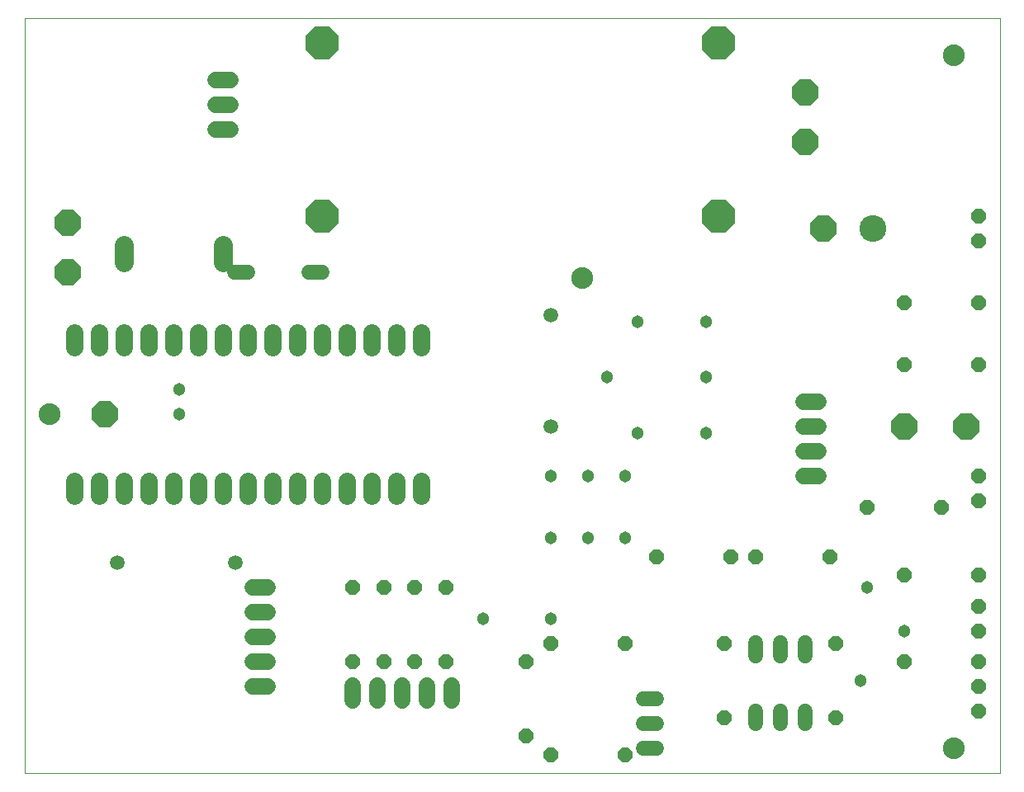
<source format=gbs>
G04 EAGLE Gerber X2 export*
%TF.Part,Single*%
%TF.FileFunction,Other,Solder Mask bottom*%
%TF.FilePolarity,Positive*%
%TF.GenerationSoftware,Autodesk,EAGLE,8.7.0*%
%TF.CreationDate,2019-08-22T10:02:17Z*%
G75*
%MOMM*%
%FSLAX34Y34*%
%LPD*%
%AMOC8*
5,1,8,0,0,1.08239X$1,22.5*%
G01*
%ADD10C,0.000000*%
%ADD11C,2.235200*%
%ADD12P,3.656530X8X22.500000*%
%ADD13P,2.969212X8X22.500000*%
%ADD14C,1.778000*%
%ADD15C,1.524000*%
%ADD16C,1.727200*%
%ADD17P,1.649562X8X292.500000*%
%ADD18P,1.649562X8X22.500000*%
%ADD19P,1.649562X8X202.500000*%
%ADD20P,1.649562X8X112.500000*%
%ADD21C,1.981200*%
%ADD22C,2.743200*%
%ADD23P,2.969212X8X202.500000*%
%ADD24C,1.503200*%
%ADD25C,1.303200*%


D10*
X0Y25400D02*
X1000000Y25400D01*
X1000000Y800000D01*
X0Y800000D01*
X0Y25400D01*
X942340Y762000D02*
X942343Y762249D01*
X942352Y762499D01*
X942368Y762747D01*
X942389Y762996D01*
X942416Y763244D01*
X942450Y763491D01*
X942490Y763737D01*
X942535Y763982D01*
X942587Y764226D01*
X942644Y764469D01*
X942708Y764710D01*
X942777Y764949D01*
X942853Y765187D01*
X942934Y765423D01*
X943021Y765657D01*
X943113Y765888D01*
X943212Y766117D01*
X943315Y766344D01*
X943425Y766568D01*
X943540Y766789D01*
X943660Y767008D01*
X943785Y767223D01*
X943916Y767436D01*
X944052Y767645D01*
X944193Y767850D01*
X944339Y768052D01*
X944490Y768251D01*
X944646Y768445D01*
X944807Y768636D01*
X944972Y768823D01*
X945142Y769006D01*
X945316Y769184D01*
X945494Y769358D01*
X945677Y769528D01*
X945864Y769693D01*
X946055Y769854D01*
X946249Y770010D01*
X946448Y770161D01*
X946650Y770307D01*
X946855Y770448D01*
X947064Y770584D01*
X947277Y770715D01*
X947492Y770840D01*
X947711Y770960D01*
X947932Y771075D01*
X948156Y771185D01*
X948383Y771288D01*
X948612Y771387D01*
X948843Y771479D01*
X949077Y771566D01*
X949313Y771647D01*
X949551Y771723D01*
X949790Y771792D01*
X950031Y771856D01*
X950274Y771913D01*
X950518Y771965D01*
X950763Y772010D01*
X951009Y772050D01*
X951256Y772084D01*
X951504Y772111D01*
X951753Y772132D01*
X952001Y772148D01*
X952251Y772157D01*
X952500Y772160D01*
X952749Y772157D01*
X952999Y772148D01*
X953247Y772132D01*
X953496Y772111D01*
X953744Y772084D01*
X953991Y772050D01*
X954237Y772010D01*
X954482Y771965D01*
X954726Y771913D01*
X954969Y771856D01*
X955210Y771792D01*
X955449Y771723D01*
X955687Y771647D01*
X955923Y771566D01*
X956157Y771479D01*
X956388Y771387D01*
X956617Y771288D01*
X956844Y771185D01*
X957068Y771075D01*
X957289Y770960D01*
X957508Y770840D01*
X957723Y770715D01*
X957936Y770584D01*
X958145Y770448D01*
X958350Y770307D01*
X958552Y770161D01*
X958751Y770010D01*
X958945Y769854D01*
X959136Y769693D01*
X959323Y769528D01*
X959506Y769358D01*
X959684Y769184D01*
X959858Y769006D01*
X960028Y768823D01*
X960193Y768636D01*
X960354Y768445D01*
X960510Y768251D01*
X960661Y768052D01*
X960807Y767850D01*
X960948Y767645D01*
X961084Y767436D01*
X961215Y767223D01*
X961340Y767008D01*
X961460Y766789D01*
X961575Y766568D01*
X961685Y766344D01*
X961788Y766117D01*
X961887Y765888D01*
X961979Y765657D01*
X962066Y765423D01*
X962147Y765187D01*
X962223Y764949D01*
X962292Y764710D01*
X962356Y764469D01*
X962413Y764226D01*
X962465Y763982D01*
X962510Y763737D01*
X962550Y763491D01*
X962584Y763244D01*
X962611Y762996D01*
X962632Y762747D01*
X962648Y762499D01*
X962657Y762249D01*
X962660Y762000D01*
X962657Y761751D01*
X962648Y761501D01*
X962632Y761253D01*
X962611Y761004D01*
X962584Y760756D01*
X962550Y760509D01*
X962510Y760263D01*
X962465Y760018D01*
X962413Y759774D01*
X962356Y759531D01*
X962292Y759290D01*
X962223Y759051D01*
X962147Y758813D01*
X962066Y758577D01*
X961979Y758343D01*
X961887Y758112D01*
X961788Y757883D01*
X961685Y757656D01*
X961575Y757432D01*
X961460Y757211D01*
X961340Y756992D01*
X961215Y756777D01*
X961084Y756564D01*
X960948Y756355D01*
X960807Y756150D01*
X960661Y755948D01*
X960510Y755749D01*
X960354Y755555D01*
X960193Y755364D01*
X960028Y755177D01*
X959858Y754994D01*
X959684Y754816D01*
X959506Y754642D01*
X959323Y754472D01*
X959136Y754307D01*
X958945Y754146D01*
X958751Y753990D01*
X958552Y753839D01*
X958350Y753693D01*
X958145Y753552D01*
X957936Y753416D01*
X957723Y753285D01*
X957508Y753160D01*
X957289Y753040D01*
X957068Y752925D01*
X956844Y752815D01*
X956617Y752712D01*
X956388Y752613D01*
X956157Y752521D01*
X955923Y752434D01*
X955687Y752353D01*
X955449Y752277D01*
X955210Y752208D01*
X954969Y752144D01*
X954726Y752087D01*
X954482Y752035D01*
X954237Y751990D01*
X953991Y751950D01*
X953744Y751916D01*
X953496Y751889D01*
X953247Y751868D01*
X952999Y751852D01*
X952749Y751843D01*
X952500Y751840D01*
X952251Y751843D01*
X952001Y751852D01*
X951753Y751868D01*
X951504Y751889D01*
X951256Y751916D01*
X951009Y751950D01*
X950763Y751990D01*
X950518Y752035D01*
X950274Y752087D01*
X950031Y752144D01*
X949790Y752208D01*
X949551Y752277D01*
X949313Y752353D01*
X949077Y752434D01*
X948843Y752521D01*
X948612Y752613D01*
X948383Y752712D01*
X948156Y752815D01*
X947932Y752925D01*
X947711Y753040D01*
X947492Y753160D01*
X947277Y753285D01*
X947064Y753416D01*
X946855Y753552D01*
X946650Y753693D01*
X946448Y753839D01*
X946249Y753990D01*
X946055Y754146D01*
X945864Y754307D01*
X945677Y754472D01*
X945494Y754642D01*
X945316Y754816D01*
X945142Y754994D01*
X944972Y755177D01*
X944807Y755364D01*
X944646Y755555D01*
X944490Y755749D01*
X944339Y755948D01*
X944193Y756150D01*
X944052Y756355D01*
X943916Y756564D01*
X943785Y756777D01*
X943660Y756992D01*
X943540Y757211D01*
X943425Y757432D01*
X943315Y757656D01*
X943212Y757883D01*
X943113Y758112D01*
X943021Y758343D01*
X942934Y758577D01*
X942853Y758813D01*
X942777Y759051D01*
X942708Y759290D01*
X942644Y759531D01*
X942587Y759774D01*
X942535Y760018D01*
X942490Y760263D01*
X942450Y760509D01*
X942416Y760756D01*
X942389Y761004D01*
X942368Y761253D01*
X942352Y761501D01*
X942343Y761751D01*
X942340Y762000D01*
D11*
X952500Y762000D03*
D10*
X15240Y393700D02*
X15243Y393949D01*
X15252Y394199D01*
X15268Y394447D01*
X15289Y394696D01*
X15316Y394944D01*
X15350Y395191D01*
X15390Y395437D01*
X15435Y395682D01*
X15487Y395926D01*
X15544Y396169D01*
X15608Y396410D01*
X15677Y396649D01*
X15753Y396887D01*
X15834Y397123D01*
X15921Y397357D01*
X16013Y397588D01*
X16112Y397817D01*
X16215Y398044D01*
X16325Y398268D01*
X16440Y398489D01*
X16560Y398708D01*
X16685Y398923D01*
X16816Y399136D01*
X16952Y399345D01*
X17093Y399550D01*
X17239Y399752D01*
X17390Y399951D01*
X17546Y400145D01*
X17707Y400336D01*
X17872Y400523D01*
X18042Y400706D01*
X18216Y400884D01*
X18394Y401058D01*
X18577Y401228D01*
X18764Y401393D01*
X18955Y401554D01*
X19149Y401710D01*
X19348Y401861D01*
X19550Y402007D01*
X19755Y402148D01*
X19964Y402284D01*
X20177Y402415D01*
X20392Y402540D01*
X20611Y402660D01*
X20832Y402775D01*
X21056Y402885D01*
X21283Y402988D01*
X21512Y403087D01*
X21743Y403179D01*
X21977Y403266D01*
X22213Y403347D01*
X22451Y403423D01*
X22690Y403492D01*
X22931Y403556D01*
X23174Y403613D01*
X23418Y403665D01*
X23663Y403710D01*
X23909Y403750D01*
X24156Y403784D01*
X24404Y403811D01*
X24653Y403832D01*
X24901Y403848D01*
X25151Y403857D01*
X25400Y403860D01*
X25649Y403857D01*
X25899Y403848D01*
X26147Y403832D01*
X26396Y403811D01*
X26644Y403784D01*
X26891Y403750D01*
X27137Y403710D01*
X27382Y403665D01*
X27626Y403613D01*
X27869Y403556D01*
X28110Y403492D01*
X28349Y403423D01*
X28587Y403347D01*
X28823Y403266D01*
X29057Y403179D01*
X29288Y403087D01*
X29517Y402988D01*
X29744Y402885D01*
X29968Y402775D01*
X30189Y402660D01*
X30408Y402540D01*
X30623Y402415D01*
X30836Y402284D01*
X31045Y402148D01*
X31250Y402007D01*
X31452Y401861D01*
X31651Y401710D01*
X31845Y401554D01*
X32036Y401393D01*
X32223Y401228D01*
X32406Y401058D01*
X32584Y400884D01*
X32758Y400706D01*
X32928Y400523D01*
X33093Y400336D01*
X33254Y400145D01*
X33410Y399951D01*
X33561Y399752D01*
X33707Y399550D01*
X33848Y399345D01*
X33984Y399136D01*
X34115Y398923D01*
X34240Y398708D01*
X34360Y398489D01*
X34475Y398268D01*
X34585Y398044D01*
X34688Y397817D01*
X34787Y397588D01*
X34879Y397357D01*
X34966Y397123D01*
X35047Y396887D01*
X35123Y396649D01*
X35192Y396410D01*
X35256Y396169D01*
X35313Y395926D01*
X35365Y395682D01*
X35410Y395437D01*
X35450Y395191D01*
X35484Y394944D01*
X35511Y394696D01*
X35532Y394447D01*
X35548Y394199D01*
X35557Y393949D01*
X35560Y393700D01*
X35557Y393451D01*
X35548Y393201D01*
X35532Y392953D01*
X35511Y392704D01*
X35484Y392456D01*
X35450Y392209D01*
X35410Y391963D01*
X35365Y391718D01*
X35313Y391474D01*
X35256Y391231D01*
X35192Y390990D01*
X35123Y390751D01*
X35047Y390513D01*
X34966Y390277D01*
X34879Y390043D01*
X34787Y389812D01*
X34688Y389583D01*
X34585Y389356D01*
X34475Y389132D01*
X34360Y388911D01*
X34240Y388692D01*
X34115Y388477D01*
X33984Y388264D01*
X33848Y388055D01*
X33707Y387850D01*
X33561Y387648D01*
X33410Y387449D01*
X33254Y387255D01*
X33093Y387064D01*
X32928Y386877D01*
X32758Y386694D01*
X32584Y386516D01*
X32406Y386342D01*
X32223Y386172D01*
X32036Y386007D01*
X31845Y385846D01*
X31651Y385690D01*
X31452Y385539D01*
X31250Y385393D01*
X31045Y385252D01*
X30836Y385116D01*
X30623Y384985D01*
X30408Y384860D01*
X30189Y384740D01*
X29968Y384625D01*
X29744Y384515D01*
X29517Y384412D01*
X29288Y384313D01*
X29057Y384221D01*
X28823Y384134D01*
X28587Y384053D01*
X28349Y383977D01*
X28110Y383908D01*
X27869Y383844D01*
X27626Y383787D01*
X27382Y383735D01*
X27137Y383690D01*
X26891Y383650D01*
X26644Y383616D01*
X26396Y383589D01*
X26147Y383568D01*
X25899Y383552D01*
X25649Y383543D01*
X25400Y383540D01*
X25151Y383543D01*
X24901Y383552D01*
X24653Y383568D01*
X24404Y383589D01*
X24156Y383616D01*
X23909Y383650D01*
X23663Y383690D01*
X23418Y383735D01*
X23174Y383787D01*
X22931Y383844D01*
X22690Y383908D01*
X22451Y383977D01*
X22213Y384053D01*
X21977Y384134D01*
X21743Y384221D01*
X21512Y384313D01*
X21283Y384412D01*
X21056Y384515D01*
X20832Y384625D01*
X20611Y384740D01*
X20392Y384860D01*
X20177Y384985D01*
X19964Y385116D01*
X19755Y385252D01*
X19550Y385393D01*
X19348Y385539D01*
X19149Y385690D01*
X18955Y385846D01*
X18764Y386007D01*
X18577Y386172D01*
X18394Y386342D01*
X18216Y386516D01*
X18042Y386694D01*
X17872Y386877D01*
X17707Y387064D01*
X17546Y387255D01*
X17390Y387449D01*
X17239Y387648D01*
X17093Y387850D01*
X16952Y388055D01*
X16816Y388264D01*
X16685Y388477D01*
X16560Y388692D01*
X16440Y388911D01*
X16325Y389132D01*
X16215Y389356D01*
X16112Y389583D01*
X16013Y389812D01*
X15921Y390043D01*
X15834Y390277D01*
X15753Y390513D01*
X15677Y390751D01*
X15608Y390990D01*
X15544Y391231D01*
X15487Y391474D01*
X15435Y391718D01*
X15390Y391963D01*
X15350Y392209D01*
X15316Y392456D01*
X15289Y392704D01*
X15268Y392953D01*
X15252Y393201D01*
X15243Y393451D01*
X15240Y393700D01*
D11*
X25400Y393700D03*
D10*
X942340Y50800D02*
X942343Y51049D01*
X942352Y51299D01*
X942368Y51547D01*
X942389Y51796D01*
X942416Y52044D01*
X942450Y52291D01*
X942490Y52537D01*
X942535Y52782D01*
X942587Y53026D01*
X942644Y53269D01*
X942708Y53510D01*
X942777Y53749D01*
X942853Y53987D01*
X942934Y54223D01*
X943021Y54457D01*
X943113Y54688D01*
X943212Y54917D01*
X943315Y55144D01*
X943425Y55368D01*
X943540Y55589D01*
X943660Y55808D01*
X943785Y56023D01*
X943916Y56236D01*
X944052Y56445D01*
X944193Y56650D01*
X944339Y56852D01*
X944490Y57051D01*
X944646Y57245D01*
X944807Y57436D01*
X944972Y57623D01*
X945142Y57806D01*
X945316Y57984D01*
X945494Y58158D01*
X945677Y58328D01*
X945864Y58493D01*
X946055Y58654D01*
X946249Y58810D01*
X946448Y58961D01*
X946650Y59107D01*
X946855Y59248D01*
X947064Y59384D01*
X947277Y59515D01*
X947492Y59640D01*
X947711Y59760D01*
X947932Y59875D01*
X948156Y59985D01*
X948383Y60088D01*
X948612Y60187D01*
X948843Y60279D01*
X949077Y60366D01*
X949313Y60447D01*
X949551Y60523D01*
X949790Y60592D01*
X950031Y60656D01*
X950274Y60713D01*
X950518Y60765D01*
X950763Y60810D01*
X951009Y60850D01*
X951256Y60884D01*
X951504Y60911D01*
X951753Y60932D01*
X952001Y60948D01*
X952251Y60957D01*
X952500Y60960D01*
X952749Y60957D01*
X952999Y60948D01*
X953247Y60932D01*
X953496Y60911D01*
X953744Y60884D01*
X953991Y60850D01*
X954237Y60810D01*
X954482Y60765D01*
X954726Y60713D01*
X954969Y60656D01*
X955210Y60592D01*
X955449Y60523D01*
X955687Y60447D01*
X955923Y60366D01*
X956157Y60279D01*
X956388Y60187D01*
X956617Y60088D01*
X956844Y59985D01*
X957068Y59875D01*
X957289Y59760D01*
X957508Y59640D01*
X957723Y59515D01*
X957936Y59384D01*
X958145Y59248D01*
X958350Y59107D01*
X958552Y58961D01*
X958751Y58810D01*
X958945Y58654D01*
X959136Y58493D01*
X959323Y58328D01*
X959506Y58158D01*
X959684Y57984D01*
X959858Y57806D01*
X960028Y57623D01*
X960193Y57436D01*
X960354Y57245D01*
X960510Y57051D01*
X960661Y56852D01*
X960807Y56650D01*
X960948Y56445D01*
X961084Y56236D01*
X961215Y56023D01*
X961340Y55808D01*
X961460Y55589D01*
X961575Y55368D01*
X961685Y55144D01*
X961788Y54917D01*
X961887Y54688D01*
X961979Y54457D01*
X962066Y54223D01*
X962147Y53987D01*
X962223Y53749D01*
X962292Y53510D01*
X962356Y53269D01*
X962413Y53026D01*
X962465Y52782D01*
X962510Y52537D01*
X962550Y52291D01*
X962584Y52044D01*
X962611Y51796D01*
X962632Y51547D01*
X962648Y51299D01*
X962657Y51049D01*
X962660Y50800D01*
X962657Y50551D01*
X962648Y50301D01*
X962632Y50053D01*
X962611Y49804D01*
X962584Y49556D01*
X962550Y49309D01*
X962510Y49063D01*
X962465Y48818D01*
X962413Y48574D01*
X962356Y48331D01*
X962292Y48090D01*
X962223Y47851D01*
X962147Y47613D01*
X962066Y47377D01*
X961979Y47143D01*
X961887Y46912D01*
X961788Y46683D01*
X961685Y46456D01*
X961575Y46232D01*
X961460Y46011D01*
X961340Y45792D01*
X961215Y45577D01*
X961084Y45364D01*
X960948Y45155D01*
X960807Y44950D01*
X960661Y44748D01*
X960510Y44549D01*
X960354Y44355D01*
X960193Y44164D01*
X960028Y43977D01*
X959858Y43794D01*
X959684Y43616D01*
X959506Y43442D01*
X959323Y43272D01*
X959136Y43107D01*
X958945Y42946D01*
X958751Y42790D01*
X958552Y42639D01*
X958350Y42493D01*
X958145Y42352D01*
X957936Y42216D01*
X957723Y42085D01*
X957508Y41960D01*
X957289Y41840D01*
X957068Y41725D01*
X956844Y41615D01*
X956617Y41512D01*
X956388Y41413D01*
X956157Y41321D01*
X955923Y41234D01*
X955687Y41153D01*
X955449Y41077D01*
X955210Y41008D01*
X954969Y40944D01*
X954726Y40887D01*
X954482Y40835D01*
X954237Y40790D01*
X953991Y40750D01*
X953744Y40716D01*
X953496Y40689D01*
X953247Y40668D01*
X952999Y40652D01*
X952749Y40643D01*
X952500Y40640D01*
X952251Y40643D01*
X952001Y40652D01*
X951753Y40668D01*
X951504Y40689D01*
X951256Y40716D01*
X951009Y40750D01*
X950763Y40790D01*
X950518Y40835D01*
X950274Y40887D01*
X950031Y40944D01*
X949790Y41008D01*
X949551Y41077D01*
X949313Y41153D01*
X949077Y41234D01*
X948843Y41321D01*
X948612Y41413D01*
X948383Y41512D01*
X948156Y41615D01*
X947932Y41725D01*
X947711Y41840D01*
X947492Y41960D01*
X947277Y42085D01*
X947064Y42216D01*
X946855Y42352D01*
X946650Y42493D01*
X946448Y42639D01*
X946249Y42790D01*
X946055Y42946D01*
X945864Y43107D01*
X945677Y43272D01*
X945494Y43442D01*
X945316Y43616D01*
X945142Y43794D01*
X944972Y43977D01*
X944807Y44164D01*
X944646Y44355D01*
X944490Y44549D01*
X944339Y44748D01*
X944193Y44950D01*
X944052Y45155D01*
X943916Y45364D01*
X943785Y45577D01*
X943660Y45792D01*
X943540Y46011D01*
X943425Y46232D01*
X943315Y46456D01*
X943212Y46683D01*
X943113Y46912D01*
X943021Y47143D01*
X942934Y47377D01*
X942853Y47613D01*
X942777Y47851D01*
X942708Y48090D01*
X942644Y48331D01*
X942587Y48574D01*
X942535Y48818D01*
X942490Y49063D01*
X942450Y49309D01*
X942416Y49556D01*
X942389Y49804D01*
X942368Y50053D01*
X942352Y50301D01*
X942343Y50551D01*
X942340Y50800D01*
D11*
X952500Y50800D03*
D10*
X561340Y533400D02*
X561343Y533649D01*
X561352Y533899D01*
X561368Y534147D01*
X561389Y534396D01*
X561416Y534644D01*
X561450Y534891D01*
X561490Y535137D01*
X561535Y535382D01*
X561587Y535626D01*
X561644Y535869D01*
X561708Y536110D01*
X561777Y536349D01*
X561853Y536587D01*
X561934Y536823D01*
X562021Y537057D01*
X562113Y537288D01*
X562212Y537517D01*
X562315Y537744D01*
X562425Y537968D01*
X562540Y538189D01*
X562660Y538408D01*
X562785Y538623D01*
X562916Y538836D01*
X563052Y539045D01*
X563193Y539250D01*
X563339Y539452D01*
X563490Y539651D01*
X563646Y539845D01*
X563807Y540036D01*
X563972Y540223D01*
X564142Y540406D01*
X564316Y540584D01*
X564494Y540758D01*
X564677Y540928D01*
X564864Y541093D01*
X565055Y541254D01*
X565249Y541410D01*
X565448Y541561D01*
X565650Y541707D01*
X565855Y541848D01*
X566064Y541984D01*
X566277Y542115D01*
X566492Y542240D01*
X566711Y542360D01*
X566932Y542475D01*
X567156Y542585D01*
X567383Y542688D01*
X567612Y542787D01*
X567843Y542879D01*
X568077Y542966D01*
X568313Y543047D01*
X568551Y543123D01*
X568790Y543192D01*
X569031Y543256D01*
X569274Y543313D01*
X569518Y543365D01*
X569763Y543410D01*
X570009Y543450D01*
X570256Y543484D01*
X570504Y543511D01*
X570753Y543532D01*
X571001Y543548D01*
X571251Y543557D01*
X571500Y543560D01*
X571749Y543557D01*
X571999Y543548D01*
X572247Y543532D01*
X572496Y543511D01*
X572744Y543484D01*
X572991Y543450D01*
X573237Y543410D01*
X573482Y543365D01*
X573726Y543313D01*
X573969Y543256D01*
X574210Y543192D01*
X574449Y543123D01*
X574687Y543047D01*
X574923Y542966D01*
X575157Y542879D01*
X575388Y542787D01*
X575617Y542688D01*
X575844Y542585D01*
X576068Y542475D01*
X576289Y542360D01*
X576508Y542240D01*
X576723Y542115D01*
X576936Y541984D01*
X577145Y541848D01*
X577350Y541707D01*
X577552Y541561D01*
X577751Y541410D01*
X577945Y541254D01*
X578136Y541093D01*
X578323Y540928D01*
X578506Y540758D01*
X578684Y540584D01*
X578858Y540406D01*
X579028Y540223D01*
X579193Y540036D01*
X579354Y539845D01*
X579510Y539651D01*
X579661Y539452D01*
X579807Y539250D01*
X579948Y539045D01*
X580084Y538836D01*
X580215Y538623D01*
X580340Y538408D01*
X580460Y538189D01*
X580575Y537968D01*
X580685Y537744D01*
X580788Y537517D01*
X580887Y537288D01*
X580979Y537057D01*
X581066Y536823D01*
X581147Y536587D01*
X581223Y536349D01*
X581292Y536110D01*
X581356Y535869D01*
X581413Y535626D01*
X581465Y535382D01*
X581510Y535137D01*
X581550Y534891D01*
X581584Y534644D01*
X581611Y534396D01*
X581632Y534147D01*
X581648Y533899D01*
X581657Y533649D01*
X581660Y533400D01*
X581657Y533151D01*
X581648Y532901D01*
X581632Y532653D01*
X581611Y532404D01*
X581584Y532156D01*
X581550Y531909D01*
X581510Y531663D01*
X581465Y531418D01*
X581413Y531174D01*
X581356Y530931D01*
X581292Y530690D01*
X581223Y530451D01*
X581147Y530213D01*
X581066Y529977D01*
X580979Y529743D01*
X580887Y529512D01*
X580788Y529283D01*
X580685Y529056D01*
X580575Y528832D01*
X580460Y528611D01*
X580340Y528392D01*
X580215Y528177D01*
X580084Y527964D01*
X579948Y527755D01*
X579807Y527550D01*
X579661Y527348D01*
X579510Y527149D01*
X579354Y526955D01*
X579193Y526764D01*
X579028Y526577D01*
X578858Y526394D01*
X578684Y526216D01*
X578506Y526042D01*
X578323Y525872D01*
X578136Y525707D01*
X577945Y525546D01*
X577751Y525390D01*
X577552Y525239D01*
X577350Y525093D01*
X577145Y524952D01*
X576936Y524816D01*
X576723Y524685D01*
X576508Y524560D01*
X576289Y524440D01*
X576068Y524325D01*
X575844Y524215D01*
X575617Y524112D01*
X575388Y524013D01*
X575157Y523921D01*
X574923Y523834D01*
X574687Y523753D01*
X574449Y523677D01*
X574210Y523608D01*
X573969Y523544D01*
X573726Y523487D01*
X573482Y523435D01*
X573237Y523390D01*
X572991Y523350D01*
X572744Y523316D01*
X572496Y523289D01*
X572247Y523268D01*
X571999Y523252D01*
X571749Y523243D01*
X571500Y523240D01*
X571251Y523243D01*
X571001Y523252D01*
X570753Y523268D01*
X570504Y523289D01*
X570256Y523316D01*
X570009Y523350D01*
X569763Y523390D01*
X569518Y523435D01*
X569274Y523487D01*
X569031Y523544D01*
X568790Y523608D01*
X568551Y523677D01*
X568313Y523753D01*
X568077Y523834D01*
X567843Y523921D01*
X567612Y524013D01*
X567383Y524112D01*
X567156Y524215D01*
X566932Y524325D01*
X566711Y524440D01*
X566492Y524560D01*
X566277Y524685D01*
X566064Y524816D01*
X565855Y524952D01*
X565650Y525093D01*
X565448Y525239D01*
X565249Y525390D01*
X565055Y525546D01*
X564864Y525707D01*
X564677Y525872D01*
X564494Y526042D01*
X564316Y526216D01*
X564142Y526394D01*
X563972Y526577D01*
X563807Y526764D01*
X563646Y526955D01*
X563490Y527149D01*
X563339Y527348D01*
X563193Y527550D01*
X563052Y527755D01*
X562916Y527964D01*
X562785Y528177D01*
X562660Y528392D01*
X562540Y528611D01*
X562425Y528832D01*
X562315Y529056D01*
X562212Y529283D01*
X562113Y529512D01*
X562021Y529743D01*
X561934Y529977D01*
X561853Y530213D01*
X561777Y530451D01*
X561708Y530690D01*
X561644Y530931D01*
X561587Y531174D01*
X561535Y531418D01*
X561490Y531663D01*
X561450Y531909D01*
X561416Y532156D01*
X561389Y532404D01*
X561368Y532653D01*
X561352Y532901D01*
X561343Y533151D01*
X561340Y533400D01*
D11*
X571500Y533400D03*
D12*
X711200Y596900D03*
X304800Y596900D03*
X711200Y774700D03*
X304800Y774700D03*
D13*
X44450Y539750D03*
D14*
X406400Y477774D02*
X406400Y462026D01*
X381000Y462026D02*
X381000Y477774D01*
X355600Y477774D02*
X355600Y462026D01*
X330200Y462026D02*
X330200Y477774D01*
X304800Y477774D02*
X304800Y462026D01*
X279400Y462026D02*
X279400Y477774D01*
X254000Y477774D02*
X254000Y462026D01*
X228600Y462026D02*
X228600Y477774D01*
X203200Y477774D02*
X203200Y462026D01*
X177800Y462026D02*
X177800Y477774D01*
X152400Y477774D02*
X152400Y462026D01*
X127000Y462026D02*
X127000Y477774D01*
X101600Y477774D02*
X101600Y462026D01*
X76200Y462026D02*
X76200Y477774D01*
X50800Y477774D02*
X50800Y462026D01*
X50800Y325374D02*
X50800Y309626D01*
X76200Y309626D02*
X76200Y325374D01*
X101600Y325374D02*
X101600Y309626D01*
X127000Y309626D02*
X127000Y325374D01*
X152400Y325374D02*
X152400Y309626D01*
X177800Y309626D02*
X177800Y325374D01*
X203200Y325374D02*
X203200Y309626D01*
X228600Y309626D02*
X228600Y325374D01*
X254000Y325374D02*
X254000Y309626D01*
X279400Y309626D02*
X279400Y325374D01*
X304800Y325374D02*
X304800Y309626D01*
X330200Y309626D02*
X330200Y325374D01*
X355600Y325374D02*
X355600Y309626D01*
X381000Y309626D02*
X381000Y325374D01*
X406400Y325374D02*
X406400Y309626D01*
D13*
X82550Y393700D03*
D15*
X291846Y539750D02*
X305054Y539750D01*
X228854Y539750D02*
X215646Y539750D01*
D13*
X44450Y590550D03*
D16*
X798830Y406400D02*
X814070Y406400D01*
X814070Y381000D02*
X798830Y381000D01*
X798830Y355600D02*
X814070Y355600D01*
X814070Y330200D02*
X798830Y330200D01*
X248920Y114300D02*
X233680Y114300D01*
X233680Y139700D02*
X248920Y139700D01*
X248920Y165100D02*
X233680Y165100D01*
X233680Y190500D02*
X248920Y190500D01*
X248920Y215900D02*
X233680Y215900D01*
X336550Y115570D02*
X336550Y100330D01*
X361950Y100330D02*
X361950Y115570D01*
X387350Y115570D02*
X387350Y100330D01*
X412750Y100330D02*
X412750Y115570D01*
X438150Y115570D02*
X438150Y100330D01*
D13*
X800100Y673100D03*
X800100Y723900D03*
D17*
X514350Y139700D03*
X514350Y63500D03*
D18*
X901700Y444500D03*
X977900Y444500D03*
D17*
X336550Y215900D03*
X336550Y139700D03*
X368300Y215900D03*
X368300Y139700D03*
X400050Y215900D03*
X400050Y139700D03*
X431800Y215900D03*
X431800Y139700D03*
D19*
X977900Y508000D03*
X901700Y508000D03*
D20*
X831850Y82550D03*
X831850Y158750D03*
D18*
X749300Y247650D03*
X825500Y247650D03*
D19*
X615950Y158750D03*
X539750Y158750D03*
X723900Y247650D03*
X647700Y247650D03*
D18*
X539750Y44450D03*
X615950Y44450D03*
D19*
X977900Y139700D03*
X901700Y139700D03*
X977900Y228600D03*
X901700Y228600D03*
X939800Y298450D03*
X863600Y298450D03*
D17*
X717550Y158750D03*
X717550Y82550D03*
D13*
X965200Y381000D03*
X901700Y381000D03*
D15*
X647954Y76200D02*
X634746Y76200D01*
X634746Y101600D02*
X647954Y101600D01*
X647954Y50800D02*
X634746Y50800D01*
X774700Y75946D02*
X774700Y89154D01*
X800100Y89154D02*
X800100Y75946D01*
X749300Y75946D02*
X749300Y89154D01*
X800100Y145796D02*
X800100Y159004D01*
X749300Y159004D02*
X749300Y145796D01*
X774700Y145796D02*
X774700Y159004D01*
D21*
X101600Y549910D02*
X101600Y567690D01*
X203200Y567690D02*
X203200Y549910D01*
D20*
X977900Y571500D03*
X977900Y596900D03*
X977900Y304800D03*
X977900Y330200D03*
D17*
X977900Y196850D03*
X977900Y171450D03*
X977900Y114300D03*
X977900Y88900D03*
D22*
X869950Y584200D03*
D23*
X819150Y584200D03*
D16*
X210820Y736600D02*
X195580Y736600D01*
X195580Y711200D02*
X210820Y711200D01*
X210820Y685800D02*
X195580Y685800D01*
D24*
X95250Y241300D03*
X215900Y241300D03*
D25*
X577850Y330200D03*
X577850Y266700D03*
D24*
X539750Y495300D03*
X539750Y381000D03*
D25*
X857250Y120650D03*
X539750Y330200D03*
X539750Y266700D03*
X596900Y431800D03*
X698500Y431800D03*
X615950Y330200D03*
X615950Y266700D03*
X158750Y393700D03*
X901700Y171450D03*
X469900Y184150D03*
X539750Y184150D03*
X628650Y488950D03*
X698500Y488950D03*
X628650Y374650D03*
X698500Y374650D03*
X158750Y419100D03*
X863600Y215900D03*
M02*

</source>
